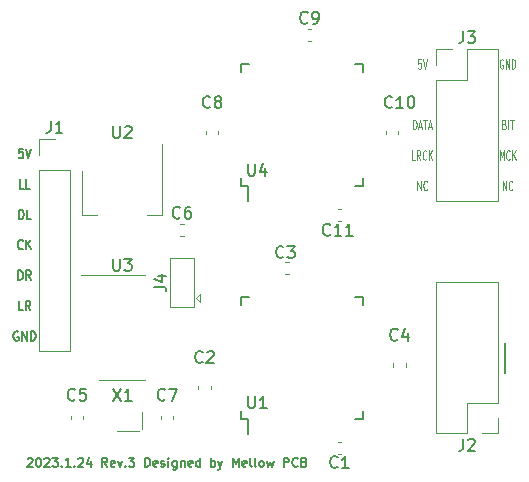
<source format=gbr>
%TF.GenerationSoftware,KiCad,Pcbnew,(6.0.6-0)*%
%TF.CreationDate,2023-02-07T03:51:43+09:00*%
%TF.ProjectId,AD1868I2S,41443138-3638-4493-9253-2e6b69636164,rev?*%
%TF.SameCoordinates,Original*%
%TF.FileFunction,Legend,Top*%
%TF.FilePolarity,Positive*%
%FSLAX46Y46*%
G04 Gerber Fmt 4.6, Leading zero omitted, Abs format (unit mm)*
G04 Created by KiCad (PCBNEW (6.0.6-0)) date 2023-02-07 03:51:43*
%MOMM*%
%LPD*%
G01*
G04 APERTURE LIST*
%ADD10C,0.150000*%
%ADD11C,0.125000*%
%ADD12C,0.120000*%
G04 APERTURE END LIST*
D10*
X111760000Y-105410000D02*
X111760000Y-107950000D01*
D11*
X104679761Y-81404904D02*
X104441666Y-81404904D01*
X104417857Y-81785857D01*
X104441666Y-81747761D01*
X104489285Y-81709666D01*
X104608333Y-81709666D01*
X104655952Y-81747761D01*
X104679761Y-81785857D01*
X104703571Y-81862047D01*
X104703571Y-82052523D01*
X104679761Y-82128714D01*
X104655952Y-82166809D01*
X104608333Y-82204904D01*
X104489285Y-82204904D01*
X104441666Y-82166809D01*
X104417857Y-82128714D01*
X104846428Y-81404904D02*
X105013095Y-82204904D01*
X105179761Y-81404904D01*
X104025000Y-87356904D02*
X104025000Y-86556904D01*
X104144047Y-86556904D01*
X104215476Y-86595000D01*
X104263095Y-86671190D01*
X104286904Y-86747380D01*
X104310714Y-86899761D01*
X104310714Y-87014047D01*
X104286904Y-87166428D01*
X104263095Y-87242619D01*
X104215476Y-87318809D01*
X104144047Y-87356904D01*
X104025000Y-87356904D01*
X104501190Y-87128333D02*
X104739285Y-87128333D01*
X104453571Y-87356904D02*
X104620238Y-86556904D01*
X104786904Y-87356904D01*
X104882142Y-86556904D02*
X105167857Y-86556904D01*
X105025000Y-87356904D02*
X105025000Y-86556904D01*
X105310714Y-87128333D02*
X105548809Y-87128333D01*
X105263095Y-87356904D02*
X105429761Y-86556904D01*
X105596428Y-87356904D01*
X104179761Y-89932904D02*
X103941666Y-89932904D01*
X103941666Y-89132904D01*
X104632142Y-89932904D02*
X104465476Y-89551952D01*
X104346428Y-89932904D02*
X104346428Y-89132904D01*
X104536904Y-89132904D01*
X104584523Y-89171000D01*
X104608333Y-89209095D01*
X104632142Y-89285285D01*
X104632142Y-89399571D01*
X104608333Y-89475761D01*
X104584523Y-89513857D01*
X104536904Y-89551952D01*
X104346428Y-89551952D01*
X105132142Y-89856714D02*
X105108333Y-89894809D01*
X105036904Y-89932904D01*
X104989285Y-89932904D01*
X104917857Y-89894809D01*
X104870238Y-89818619D01*
X104846428Y-89742428D01*
X104822619Y-89590047D01*
X104822619Y-89475761D01*
X104846428Y-89323380D01*
X104870238Y-89247190D01*
X104917857Y-89171000D01*
X104989285Y-89132904D01*
X105036904Y-89132904D01*
X105108333Y-89171000D01*
X105132142Y-89209095D01*
X105346428Y-89932904D02*
X105346428Y-89132904D01*
X105632142Y-89932904D02*
X105417857Y-89475761D01*
X105632142Y-89132904D02*
X105346428Y-89590047D01*
X104382142Y-92508904D02*
X104382142Y-91708904D01*
X104667857Y-92508904D01*
X104667857Y-91708904D01*
X105191666Y-92432714D02*
X105167857Y-92470809D01*
X105096428Y-92508904D01*
X105048809Y-92508904D01*
X104977380Y-92470809D01*
X104929761Y-92394619D01*
X104905952Y-92318428D01*
X104882142Y-92166047D01*
X104882142Y-92051761D01*
X104905952Y-91899380D01*
X104929761Y-91823190D01*
X104977380Y-91747000D01*
X105048809Y-91708904D01*
X105096428Y-91708904D01*
X105167857Y-91747000D01*
X105191666Y-91785095D01*
D10*
X71381428Y-115230714D02*
X71417142Y-115195000D01*
X71488571Y-115159285D01*
X71667142Y-115159285D01*
X71738571Y-115195000D01*
X71774285Y-115230714D01*
X71810000Y-115302142D01*
X71810000Y-115373571D01*
X71774285Y-115480714D01*
X71345714Y-115909285D01*
X71810000Y-115909285D01*
X72274285Y-115159285D02*
X72345714Y-115159285D01*
X72417142Y-115195000D01*
X72452857Y-115230714D01*
X72488571Y-115302142D01*
X72524285Y-115445000D01*
X72524285Y-115623571D01*
X72488571Y-115766428D01*
X72452857Y-115837857D01*
X72417142Y-115873571D01*
X72345714Y-115909285D01*
X72274285Y-115909285D01*
X72202857Y-115873571D01*
X72167142Y-115837857D01*
X72131428Y-115766428D01*
X72095714Y-115623571D01*
X72095714Y-115445000D01*
X72131428Y-115302142D01*
X72167142Y-115230714D01*
X72202857Y-115195000D01*
X72274285Y-115159285D01*
X72810000Y-115230714D02*
X72845714Y-115195000D01*
X72917142Y-115159285D01*
X73095714Y-115159285D01*
X73167142Y-115195000D01*
X73202857Y-115230714D01*
X73238571Y-115302142D01*
X73238571Y-115373571D01*
X73202857Y-115480714D01*
X72774285Y-115909285D01*
X73238571Y-115909285D01*
X73488571Y-115159285D02*
X73952857Y-115159285D01*
X73702857Y-115445000D01*
X73810000Y-115445000D01*
X73881428Y-115480714D01*
X73917142Y-115516428D01*
X73952857Y-115587857D01*
X73952857Y-115766428D01*
X73917142Y-115837857D01*
X73881428Y-115873571D01*
X73810000Y-115909285D01*
X73595714Y-115909285D01*
X73524285Y-115873571D01*
X73488571Y-115837857D01*
X74274285Y-115837857D02*
X74310000Y-115873571D01*
X74274285Y-115909285D01*
X74238571Y-115873571D01*
X74274285Y-115837857D01*
X74274285Y-115909285D01*
X75024285Y-115909285D02*
X74595714Y-115909285D01*
X74810000Y-115909285D02*
X74810000Y-115159285D01*
X74738571Y-115266428D01*
X74667142Y-115337857D01*
X74595714Y-115373571D01*
X75345714Y-115837857D02*
X75381428Y-115873571D01*
X75345714Y-115909285D01*
X75310000Y-115873571D01*
X75345714Y-115837857D01*
X75345714Y-115909285D01*
X75667142Y-115230714D02*
X75702857Y-115195000D01*
X75774285Y-115159285D01*
X75952857Y-115159285D01*
X76024285Y-115195000D01*
X76060000Y-115230714D01*
X76095714Y-115302142D01*
X76095714Y-115373571D01*
X76060000Y-115480714D01*
X75631428Y-115909285D01*
X76095714Y-115909285D01*
X76738571Y-115409285D02*
X76738571Y-115909285D01*
X76560000Y-115123571D02*
X76381428Y-115659285D01*
X76845714Y-115659285D01*
X78131428Y-115909285D02*
X77881428Y-115552142D01*
X77702857Y-115909285D02*
X77702857Y-115159285D01*
X77988571Y-115159285D01*
X78060000Y-115195000D01*
X78095714Y-115230714D01*
X78131428Y-115302142D01*
X78131428Y-115409285D01*
X78095714Y-115480714D01*
X78060000Y-115516428D01*
X77988571Y-115552142D01*
X77702857Y-115552142D01*
X78738571Y-115873571D02*
X78667142Y-115909285D01*
X78524285Y-115909285D01*
X78452857Y-115873571D01*
X78417142Y-115802142D01*
X78417142Y-115516428D01*
X78452857Y-115445000D01*
X78524285Y-115409285D01*
X78667142Y-115409285D01*
X78738571Y-115445000D01*
X78774285Y-115516428D01*
X78774285Y-115587857D01*
X78417142Y-115659285D01*
X79024285Y-115409285D02*
X79202857Y-115909285D01*
X79381428Y-115409285D01*
X79667142Y-115837857D02*
X79702857Y-115873571D01*
X79667142Y-115909285D01*
X79631428Y-115873571D01*
X79667142Y-115837857D01*
X79667142Y-115909285D01*
X79952857Y-115159285D02*
X80417142Y-115159285D01*
X80167142Y-115445000D01*
X80274285Y-115445000D01*
X80345714Y-115480714D01*
X80381428Y-115516428D01*
X80417142Y-115587857D01*
X80417142Y-115766428D01*
X80381428Y-115837857D01*
X80345714Y-115873571D01*
X80274285Y-115909285D01*
X80060000Y-115909285D01*
X79988571Y-115873571D01*
X79952857Y-115837857D01*
X81310000Y-115909285D02*
X81310000Y-115159285D01*
X81488571Y-115159285D01*
X81595714Y-115195000D01*
X81667142Y-115266428D01*
X81702857Y-115337857D01*
X81738571Y-115480714D01*
X81738571Y-115587857D01*
X81702857Y-115730714D01*
X81667142Y-115802142D01*
X81595714Y-115873571D01*
X81488571Y-115909285D01*
X81310000Y-115909285D01*
X82345714Y-115873571D02*
X82274285Y-115909285D01*
X82131428Y-115909285D01*
X82060000Y-115873571D01*
X82024285Y-115802142D01*
X82024285Y-115516428D01*
X82060000Y-115445000D01*
X82131428Y-115409285D01*
X82274285Y-115409285D01*
X82345714Y-115445000D01*
X82381428Y-115516428D01*
X82381428Y-115587857D01*
X82024285Y-115659285D01*
X82667142Y-115873571D02*
X82738571Y-115909285D01*
X82881428Y-115909285D01*
X82952857Y-115873571D01*
X82988571Y-115802142D01*
X82988571Y-115766428D01*
X82952857Y-115695000D01*
X82881428Y-115659285D01*
X82774285Y-115659285D01*
X82702857Y-115623571D01*
X82667142Y-115552142D01*
X82667142Y-115516428D01*
X82702857Y-115445000D01*
X82774285Y-115409285D01*
X82881428Y-115409285D01*
X82952857Y-115445000D01*
X83310000Y-115909285D02*
X83310000Y-115409285D01*
X83310000Y-115159285D02*
X83274285Y-115195000D01*
X83310000Y-115230714D01*
X83345714Y-115195000D01*
X83310000Y-115159285D01*
X83310000Y-115230714D01*
X83988571Y-115409285D02*
X83988571Y-116016428D01*
X83952857Y-116087857D01*
X83917142Y-116123571D01*
X83845714Y-116159285D01*
X83738571Y-116159285D01*
X83667142Y-116123571D01*
X83988571Y-115873571D02*
X83917142Y-115909285D01*
X83774285Y-115909285D01*
X83702857Y-115873571D01*
X83667142Y-115837857D01*
X83631428Y-115766428D01*
X83631428Y-115552142D01*
X83667142Y-115480714D01*
X83702857Y-115445000D01*
X83774285Y-115409285D01*
X83917142Y-115409285D01*
X83988571Y-115445000D01*
X84345714Y-115409285D02*
X84345714Y-115909285D01*
X84345714Y-115480714D02*
X84381428Y-115445000D01*
X84452857Y-115409285D01*
X84560000Y-115409285D01*
X84631428Y-115445000D01*
X84667142Y-115516428D01*
X84667142Y-115909285D01*
X85310000Y-115873571D02*
X85238571Y-115909285D01*
X85095714Y-115909285D01*
X85024285Y-115873571D01*
X84988571Y-115802142D01*
X84988571Y-115516428D01*
X85024285Y-115445000D01*
X85095714Y-115409285D01*
X85238571Y-115409285D01*
X85310000Y-115445000D01*
X85345714Y-115516428D01*
X85345714Y-115587857D01*
X84988571Y-115659285D01*
X85988571Y-115909285D02*
X85988571Y-115159285D01*
X85988571Y-115873571D02*
X85917142Y-115909285D01*
X85774285Y-115909285D01*
X85702857Y-115873571D01*
X85667142Y-115837857D01*
X85631428Y-115766428D01*
X85631428Y-115552142D01*
X85667142Y-115480714D01*
X85702857Y-115445000D01*
X85774285Y-115409285D01*
X85917142Y-115409285D01*
X85988571Y-115445000D01*
X86917142Y-115909285D02*
X86917142Y-115159285D01*
X86917142Y-115445000D02*
X86988571Y-115409285D01*
X87131428Y-115409285D01*
X87202857Y-115445000D01*
X87238571Y-115480714D01*
X87274285Y-115552142D01*
X87274285Y-115766428D01*
X87238571Y-115837857D01*
X87202857Y-115873571D01*
X87131428Y-115909285D01*
X86988571Y-115909285D01*
X86917142Y-115873571D01*
X87524285Y-115409285D02*
X87702857Y-115909285D01*
X87881428Y-115409285D02*
X87702857Y-115909285D01*
X87631428Y-116087857D01*
X87595714Y-116123571D01*
X87524285Y-116159285D01*
X88738571Y-115909285D02*
X88738571Y-115159285D01*
X88988571Y-115695000D01*
X89238571Y-115159285D01*
X89238571Y-115909285D01*
X89881428Y-115873571D02*
X89810000Y-115909285D01*
X89667142Y-115909285D01*
X89595714Y-115873571D01*
X89560000Y-115802142D01*
X89560000Y-115516428D01*
X89595714Y-115445000D01*
X89667142Y-115409285D01*
X89810000Y-115409285D01*
X89881428Y-115445000D01*
X89917142Y-115516428D01*
X89917142Y-115587857D01*
X89560000Y-115659285D01*
X90345714Y-115909285D02*
X90274285Y-115873571D01*
X90238571Y-115802142D01*
X90238571Y-115159285D01*
X90738571Y-115909285D02*
X90667142Y-115873571D01*
X90631428Y-115802142D01*
X90631428Y-115159285D01*
X91131428Y-115909285D02*
X91060000Y-115873571D01*
X91024285Y-115837857D01*
X90988571Y-115766428D01*
X90988571Y-115552142D01*
X91024285Y-115480714D01*
X91060000Y-115445000D01*
X91131428Y-115409285D01*
X91238571Y-115409285D01*
X91310000Y-115445000D01*
X91345714Y-115480714D01*
X91381428Y-115552142D01*
X91381428Y-115766428D01*
X91345714Y-115837857D01*
X91310000Y-115873571D01*
X91238571Y-115909285D01*
X91131428Y-115909285D01*
X91631428Y-115409285D02*
X91774285Y-115909285D01*
X91917142Y-115552142D01*
X92060000Y-115909285D01*
X92202857Y-115409285D01*
X93060000Y-115909285D02*
X93060000Y-115159285D01*
X93345714Y-115159285D01*
X93417142Y-115195000D01*
X93452857Y-115230714D01*
X93488571Y-115302142D01*
X93488571Y-115409285D01*
X93452857Y-115480714D01*
X93417142Y-115516428D01*
X93345714Y-115552142D01*
X93060000Y-115552142D01*
X94238571Y-115837857D02*
X94202857Y-115873571D01*
X94095714Y-115909285D01*
X94024285Y-115909285D01*
X93917142Y-115873571D01*
X93845714Y-115802142D01*
X93810000Y-115730714D01*
X93774285Y-115587857D01*
X93774285Y-115480714D01*
X93810000Y-115337857D01*
X93845714Y-115266428D01*
X93917142Y-115195000D01*
X94024285Y-115159285D01*
X94095714Y-115159285D01*
X94202857Y-115195000D01*
X94238571Y-115230714D01*
X94810000Y-115516428D02*
X94917142Y-115552142D01*
X94952857Y-115587857D01*
X94988571Y-115659285D01*
X94988571Y-115766428D01*
X94952857Y-115837857D01*
X94917142Y-115873571D01*
X94845714Y-115909285D01*
X94560000Y-115909285D01*
X94560000Y-115159285D01*
X94810000Y-115159285D01*
X94881428Y-115195000D01*
X94917142Y-115230714D01*
X94952857Y-115302142D01*
X94952857Y-115373571D01*
X94917142Y-115445000D01*
X94881428Y-115480714D01*
X94810000Y-115516428D01*
X94560000Y-115516428D01*
X70986666Y-88988904D02*
X70653333Y-88988904D01*
X70620000Y-89369857D01*
X70653333Y-89331761D01*
X70720000Y-89293666D01*
X70886666Y-89293666D01*
X70953333Y-89331761D01*
X70986666Y-89369857D01*
X71020000Y-89446047D01*
X71020000Y-89636523D01*
X70986666Y-89712714D01*
X70953333Y-89750809D01*
X70886666Y-89788904D01*
X70720000Y-89788904D01*
X70653333Y-89750809D01*
X70620000Y-89712714D01*
X71220000Y-88988904D02*
X71453333Y-89788904D01*
X71686666Y-88988904D01*
X71053333Y-92364904D02*
X70720000Y-92364904D01*
X70720000Y-91564904D01*
X71620000Y-92364904D02*
X71286666Y-92364904D01*
X71286666Y-91564904D01*
X70653333Y-94940904D02*
X70653333Y-94140904D01*
X70820000Y-94140904D01*
X70920000Y-94179000D01*
X70986666Y-94255190D01*
X71020000Y-94331380D01*
X71053333Y-94483761D01*
X71053333Y-94598047D01*
X71020000Y-94750428D01*
X70986666Y-94826619D01*
X70920000Y-94902809D01*
X70820000Y-94940904D01*
X70653333Y-94940904D01*
X71686666Y-94940904D02*
X71353333Y-94940904D01*
X71353333Y-94140904D01*
X70986666Y-97440714D02*
X70953333Y-97478809D01*
X70853333Y-97516904D01*
X70786666Y-97516904D01*
X70686666Y-97478809D01*
X70620000Y-97402619D01*
X70586666Y-97326428D01*
X70553333Y-97174047D01*
X70553333Y-97059761D01*
X70586666Y-96907380D01*
X70620000Y-96831190D01*
X70686666Y-96755000D01*
X70786666Y-96716904D01*
X70853333Y-96716904D01*
X70953333Y-96755000D01*
X70986666Y-96793095D01*
X71286666Y-97516904D02*
X71286666Y-96716904D01*
X71686666Y-97516904D02*
X71386666Y-97059761D01*
X71686666Y-96716904D02*
X71286666Y-97174047D01*
X70586666Y-100092904D02*
X70586666Y-99292904D01*
X70753333Y-99292904D01*
X70853333Y-99331000D01*
X70920000Y-99407190D01*
X70953333Y-99483380D01*
X70986666Y-99635761D01*
X70986666Y-99750047D01*
X70953333Y-99902428D01*
X70920000Y-99978619D01*
X70853333Y-100054809D01*
X70753333Y-100092904D01*
X70586666Y-100092904D01*
X71686666Y-100092904D02*
X71453333Y-99711952D01*
X71286666Y-100092904D02*
X71286666Y-99292904D01*
X71553333Y-99292904D01*
X71620000Y-99331000D01*
X71653333Y-99369095D01*
X71686666Y-99445285D01*
X71686666Y-99559571D01*
X71653333Y-99635761D01*
X71620000Y-99673857D01*
X71553333Y-99711952D01*
X71286666Y-99711952D01*
X70986666Y-102668904D02*
X70653333Y-102668904D01*
X70653333Y-101868904D01*
X71620000Y-102668904D02*
X71386666Y-102287952D01*
X71220000Y-102668904D02*
X71220000Y-101868904D01*
X71486666Y-101868904D01*
X71553333Y-101907000D01*
X71586666Y-101945095D01*
X71620000Y-102021285D01*
X71620000Y-102135571D01*
X71586666Y-102211761D01*
X71553333Y-102249857D01*
X71486666Y-102287952D01*
X71220000Y-102287952D01*
X70586666Y-104483000D02*
X70520000Y-104444904D01*
X70420000Y-104444904D01*
X70320000Y-104483000D01*
X70253333Y-104559190D01*
X70220000Y-104635380D01*
X70186666Y-104787761D01*
X70186666Y-104902047D01*
X70220000Y-105054428D01*
X70253333Y-105130619D01*
X70320000Y-105206809D01*
X70420000Y-105244904D01*
X70486666Y-105244904D01*
X70586666Y-105206809D01*
X70620000Y-105168714D01*
X70620000Y-104902047D01*
X70486666Y-104902047D01*
X70920000Y-105244904D02*
X70920000Y-104444904D01*
X71320000Y-105244904D01*
X71320000Y-104444904D01*
X71653333Y-105244904D02*
X71653333Y-104444904D01*
X71820000Y-104444904D01*
X71920000Y-104483000D01*
X71986666Y-104559190D01*
X72020000Y-104635380D01*
X72053333Y-104787761D01*
X72053333Y-104902047D01*
X72020000Y-105054428D01*
X71986666Y-105130619D01*
X71920000Y-105206809D01*
X71820000Y-105244904D01*
X71653333Y-105244904D01*
D11*
X111633047Y-81443000D02*
X111585428Y-81404904D01*
X111514000Y-81404904D01*
X111442571Y-81443000D01*
X111394952Y-81519190D01*
X111371142Y-81595380D01*
X111347333Y-81747761D01*
X111347333Y-81862047D01*
X111371142Y-82014428D01*
X111394952Y-82090619D01*
X111442571Y-82166809D01*
X111514000Y-82204904D01*
X111561619Y-82204904D01*
X111633047Y-82166809D01*
X111656857Y-82128714D01*
X111656857Y-81862047D01*
X111561619Y-81862047D01*
X111871142Y-82204904D02*
X111871142Y-81404904D01*
X112156857Y-82204904D01*
X112156857Y-81404904D01*
X112394952Y-82204904D02*
X112394952Y-81404904D01*
X112514000Y-81404904D01*
X112585428Y-81443000D01*
X112633047Y-81519190D01*
X112656857Y-81595380D01*
X112680666Y-81747761D01*
X112680666Y-81862047D01*
X112656857Y-82014428D01*
X112633047Y-82090619D01*
X112585428Y-82166809D01*
X112514000Y-82204904D01*
X112394952Y-82204904D01*
X111740190Y-86937857D02*
X111811619Y-86975952D01*
X111835428Y-87014047D01*
X111859238Y-87090238D01*
X111859238Y-87204523D01*
X111835428Y-87280714D01*
X111811619Y-87318809D01*
X111764000Y-87356904D01*
X111573523Y-87356904D01*
X111573523Y-86556904D01*
X111740190Y-86556904D01*
X111787809Y-86595000D01*
X111811619Y-86633095D01*
X111835428Y-86709285D01*
X111835428Y-86785476D01*
X111811619Y-86861666D01*
X111787809Y-86899761D01*
X111740190Y-86937857D01*
X111573523Y-86937857D01*
X112073523Y-87356904D02*
X112073523Y-86556904D01*
X112240190Y-86556904D02*
X112525904Y-86556904D01*
X112383047Y-87356904D02*
X112383047Y-86556904D01*
X111347333Y-89932904D02*
X111347333Y-89132904D01*
X111514000Y-89704333D01*
X111680666Y-89132904D01*
X111680666Y-89932904D01*
X112204476Y-89856714D02*
X112180666Y-89894809D01*
X112109238Y-89932904D01*
X112061619Y-89932904D01*
X111990190Y-89894809D01*
X111942571Y-89818619D01*
X111918761Y-89742428D01*
X111894952Y-89590047D01*
X111894952Y-89475761D01*
X111918761Y-89323380D01*
X111942571Y-89247190D01*
X111990190Y-89171000D01*
X112061619Y-89132904D01*
X112109238Y-89132904D01*
X112180666Y-89171000D01*
X112204476Y-89209095D01*
X112418761Y-89932904D02*
X112418761Y-89132904D01*
X112704476Y-89932904D02*
X112490190Y-89475761D01*
X112704476Y-89132904D02*
X112418761Y-89590047D01*
X111621142Y-92508904D02*
X111621142Y-91708904D01*
X111906857Y-92508904D01*
X111906857Y-91708904D01*
X112430666Y-92432714D02*
X112406857Y-92470809D01*
X112335428Y-92508904D01*
X112287809Y-92508904D01*
X112216380Y-92470809D01*
X112168761Y-92394619D01*
X112144952Y-92318428D01*
X112121142Y-92166047D01*
X112121142Y-92051761D01*
X112144952Y-91899380D01*
X112168761Y-91823190D01*
X112216380Y-91747000D01*
X112287809Y-91708904D01*
X112335428Y-91708904D01*
X112406857Y-91747000D01*
X112430666Y-91785095D01*
D10*
%TO.C,C2*%
X86193333Y-107037142D02*
X86145714Y-107084761D01*
X86002857Y-107132380D01*
X85907619Y-107132380D01*
X85764761Y-107084761D01*
X85669523Y-106989523D01*
X85621904Y-106894285D01*
X85574285Y-106703809D01*
X85574285Y-106560952D01*
X85621904Y-106370476D01*
X85669523Y-106275238D01*
X85764761Y-106180000D01*
X85907619Y-106132380D01*
X86002857Y-106132380D01*
X86145714Y-106180000D01*
X86193333Y-106227619D01*
X86574285Y-106227619D02*
X86621904Y-106180000D01*
X86717142Y-106132380D01*
X86955238Y-106132380D01*
X87050476Y-106180000D01*
X87098095Y-106227619D01*
X87145714Y-106322857D01*
X87145714Y-106418095D01*
X87098095Y-106560952D01*
X86526666Y-107132380D01*
X87145714Y-107132380D01*
%TO.C,C10*%
X102227142Y-85447142D02*
X102179523Y-85494761D01*
X102036666Y-85542380D01*
X101941428Y-85542380D01*
X101798571Y-85494761D01*
X101703333Y-85399523D01*
X101655714Y-85304285D01*
X101608095Y-85113809D01*
X101608095Y-84970952D01*
X101655714Y-84780476D01*
X101703333Y-84685238D01*
X101798571Y-84590000D01*
X101941428Y-84542380D01*
X102036666Y-84542380D01*
X102179523Y-84590000D01*
X102227142Y-84637619D01*
X103179523Y-85542380D02*
X102608095Y-85542380D01*
X102893809Y-85542380D02*
X102893809Y-84542380D01*
X102798571Y-84685238D01*
X102703333Y-84780476D01*
X102608095Y-84828095D01*
X103798571Y-84542380D02*
X103893809Y-84542380D01*
X103989047Y-84590000D01*
X104036666Y-84637619D01*
X104084285Y-84732857D01*
X104131904Y-84923333D01*
X104131904Y-85161428D01*
X104084285Y-85351904D01*
X104036666Y-85447142D01*
X103989047Y-85494761D01*
X103893809Y-85542380D01*
X103798571Y-85542380D01*
X103703333Y-85494761D01*
X103655714Y-85447142D01*
X103608095Y-85351904D01*
X103560476Y-85161428D01*
X103560476Y-84923333D01*
X103608095Y-84732857D01*
X103655714Y-84637619D01*
X103703333Y-84590000D01*
X103798571Y-84542380D01*
%TO.C,C6*%
X84288333Y-94812142D02*
X84240714Y-94859761D01*
X84097857Y-94907380D01*
X84002619Y-94907380D01*
X83859761Y-94859761D01*
X83764523Y-94764523D01*
X83716904Y-94669285D01*
X83669285Y-94478809D01*
X83669285Y-94335952D01*
X83716904Y-94145476D01*
X83764523Y-94050238D01*
X83859761Y-93955000D01*
X84002619Y-93907380D01*
X84097857Y-93907380D01*
X84240714Y-93955000D01*
X84288333Y-94002619D01*
X85145476Y-93907380D02*
X84955000Y-93907380D01*
X84859761Y-93955000D01*
X84812142Y-94002619D01*
X84716904Y-94145476D01*
X84669285Y-94335952D01*
X84669285Y-94716904D01*
X84716904Y-94812142D01*
X84764523Y-94859761D01*
X84859761Y-94907380D01*
X85050238Y-94907380D01*
X85145476Y-94859761D01*
X85193095Y-94812142D01*
X85240714Y-94716904D01*
X85240714Y-94478809D01*
X85193095Y-94383571D01*
X85145476Y-94335952D01*
X85050238Y-94288333D01*
X84859761Y-94288333D01*
X84764523Y-94335952D01*
X84716904Y-94383571D01*
X84669285Y-94478809D01*
%TO.C,U1*%
X90043095Y-109942380D02*
X90043095Y-110751904D01*
X90090714Y-110847142D01*
X90138333Y-110894761D01*
X90233571Y-110942380D01*
X90424047Y-110942380D01*
X90519285Y-110894761D01*
X90566904Y-110847142D01*
X90614523Y-110751904D01*
X90614523Y-109942380D01*
X91614523Y-110942380D02*
X91043095Y-110942380D01*
X91328809Y-110942380D02*
X91328809Y-109942380D01*
X91233571Y-110085238D01*
X91138333Y-110180476D01*
X91043095Y-110228095D01*
%TO.C,U4*%
X90043095Y-90257380D02*
X90043095Y-91066904D01*
X90090714Y-91162142D01*
X90138333Y-91209761D01*
X90233571Y-91257380D01*
X90424047Y-91257380D01*
X90519285Y-91209761D01*
X90566904Y-91162142D01*
X90614523Y-91066904D01*
X90614523Y-90257380D01*
X91519285Y-90590714D02*
X91519285Y-91257380D01*
X91281190Y-90209761D02*
X91043095Y-90924047D01*
X91662142Y-90924047D01*
%TO.C,J2*%
X108251666Y-113542380D02*
X108251666Y-114256666D01*
X108204047Y-114399523D01*
X108108809Y-114494761D01*
X107965952Y-114542380D01*
X107870714Y-114542380D01*
X108680238Y-113637619D02*
X108727857Y-113590000D01*
X108823095Y-113542380D01*
X109061190Y-113542380D01*
X109156428Y-113590000D01*
X109204047Y-113637619D01*
X109251666Y-113732857D01*
X109251666Y-113828095D01*
X109204047Y-113970952D01*
X108632619Y-114542380D01*
X109251666Y-114542380D01*
%TO.C,C3*%
X93032066Y-98147142D02*
X92984447Y-98194761D01*
X92841590Y-98242380D01*
X92746352Y-98242380D01*
X92603494Y-98194761D01*
X92508256Y-98099523D01*
X92460637Y-98004285D01*
X92413018Y-97813809D01*
X92413018Y-97670952D01*
X92460637Y-97480476D01*
X92508256Y-97385238D01*
X92603494Y-97290000D01*
X92746352Y-97242380D01*
X92841590Y-97242380D01*
X92984447Y-97290000D01*
X93032066Y-97337619D01*
X93365399Y-97242380D02*
X93984447Y-97242380D01*
X93651113Y-97623333D01*
X93793971Y-97623333D01*
X93889209Y-97670952D01*
X93936828Y-97718571D01*
X93984447Y-97813809D01*
X93984447Y-98051904D01*
X93936828Y-98147142D01*
X93889209Y-98194761D01*
X93793971Y-98242380D01*
X93508256Y-98242380D01*
X93413018Y-98194761D01*
X93365399Y-98147142D01*
%TO.C,C9*%
X95083333Y-78302142D02*
X95035714Y-78349761D01*
X94892857Y-78397380D01*
X94797619Y-78397380D01*
X94654761Y-78349761D01*
X94559523Y-78254523D01*
X94511904Y-78159285D01*
X94464285Y-77968809D01*
X94464285Y-77825952D01*
X94511904Y-77635476D01*
X94559523Y-77540238D01*
X94654761Y-77445000D01*
X94797619Y-77397380D01*
X94892857Y-77397380D01*
X95035714Y-77445000D01*
X95083333Y-77492619D01*
X95559523Y-78397380D02*
X95750000Y-78397380D01*
X95845238Y-78349761D01*
X95892857Y-78302142D01*
X95988095Y-78159285D01*
X96035714Y-77968809D01*
X96035714Y-77587857D01*
X95988095Y-77492619D01*
X95940476Y-77445000D01*
X95845238Y-77397380D01*
X95654761Y-77397380D01*
X95559523Y-77445000D01*
X95511904Y-77492619D01*
X95464285Y-77587857D01*
X95464285Y-77825952D01*
X95511904Y-77921190D01*
X95559523Y-77968809D01*
X95654761Y-78016428D01*
X95845238Y-78016428D01*
X95940476Y-77968809D01*
X95988095Y-77921190D01*
X96035714Y-77825952D01*
%TO.C,C11*%
X97000875Y-96242142D02*
X96953256Y-96289761D01*
X96810399Y-96337380D01*
X96715161Y-96337380D01*
X96572304Y-96289761D01*
X96477066Y-96194523D01*
X96429447Y-96099285D01*
X96381828Y-95908809D01*
X96381828Y-95765952D01*
X96429447Y-95575476D01*
X96477066Y-95480238D01*
X96572304Y-95385000D01*
X96715161Y-95337380D01*
X96810399Y-95337380D01*
X96953256Y-95385000D01*
X97000875Y-95432619D01*
X97953256Y-96337380D02*
X97381828Y-96337380D01*
X97667542Y-96337380D02*
X97667542Y-95337380D01*
X97572304Y-95480238D01*
X97477066Y-95575476D01*
X97381828Y-95623095D01*
X98905637Y-96337380D02*
X98334209Y-96337380D01*
X98619923Y-96337380D02*
X98619923Y-95337380D01*
X98524685Y-95480238D01*
X98429447Y-95575476D01*
X98334209Y-95623095D01*
%TO.C,C1*%
X97623333Y-115927142D02*
X97575714Y-115974761D01*
X97432857Y-116022380D01*
X97337619Y-116022380D01*
X97194761Y-115974761D01*
X97099523Y-115879523D01*
X97051904Y-115784285D01*
X97004285Y-115593809D01*
X97004285Y-115450952D01*
X97051904Y-115260476D01*
X97099523Y-115165238D01*
X97194761Y-115070000D01*
X97337619Y-115022380D01*
X97432857Y-115022380D01*
X97575714Y-115070000D01*
X97623333Y-115117619D01*
X98575714Y-116022380D02*
X98004285Y-116022380D01*
X98290000Y-116022380D02*
X98290000Y-115022380D01*
X98194761Y-115165238D01*
X98099523Y-115260476D01*
X98004285Y-115308095D01*
%TO.C,X1*%
X78633976Y-109307380D02*
X79300642Y-110307380D01*
X79300642Y-109307380D02*
X78633976Y-110307380D01*
X80205404Y-110307380D02*
X79633976Y-110307380D01*
X79919690Y-110307380D02*
X79919690Y-109307380D01*
X79824452Y-109450238D01*
X79729214Y-109545476D01*
X79633976Y-109593095D01*
%TO.C,J1*%
X73326666Y-86652380D02*
X73326666Y-87366666D01*
X73279047Y-87509523D01*
X73183809Y-87604761D01*
X73040952Y-87652380D01*
X72945714Y-87652380D01*
X74326666Y-87652380D02*
X73755238Y-87652380D01*
X74040952Y-87652380D02*
X74040952Y-86652380D01*
X73945714Y-86795238D01*
X73850476Y-86890476D01*
X73755238Y-86938095D01*
%TO.C,J3*%
X108251666Y-79037380D02*
X108251666Y-79751666D01*
X108204047Y-79894523D01*
X108108809Y-79989761D01*
X107965952Y-80037380D01*
X107870714Y-80037380D01*
X108632619Y-79037380D02*
X109251666Y-79037380D01*
X108918333Y-79418333D01*
X109061190Y-79418333D01*
X109156428Y-79465952D01*
X109204047Y-79513571D01*
X109251666Y-79608809D01*
X109251666Y-79846904D01*
X109204047Y-79942142D01*
X109156428Y-79989761D01*
X109061190Y-80037380D01*
X108775476Y-80037380D01*
X108680238Y-79989761D01*
X108632619Y-79942142D01*
%TO.C,C8*%
X86828333Y-85447142D02*
X86780714Y-85494761D01*
X86637857Y-85542380D01*
X86542619Y-85542380D01*
X86399761Y-85494761D01*
X86304523Y-85399523D01*
X86256904Y-85304285D01*
X86209285Y-85113809D01*
X86209285Y-84970952D01*
X86256904Y-84780476D01*
X86304523Y-84685238D01*
X86399761Y-84590000D01*
X86542619Y-84542380D01*
X86637857Y-84542380D01*
X86780714Y-84590000D01*
X86828333Y-84637619D01*
X87399761Y-84970952D02*
X87304523Y-84923333D01*
X87256904Y-84875714D01*
X87209285Y-84780476D01*
X87209285Y-84732857D01*
X87256904Y-84637619D01*
X87304523Y-84590000D01*
X87399761Y-84542380D01*
X87590238Y-84542380D01*
X87685476Y-84590000D01*
X87733095Y-84637619D01*
X87780714Y-84732857D01*
X87780714Y-84780476D01*
X87733095Y-84875714D01*
X87685476Y-84923333D01*
X87590238Y-84970952D01*
X87399761Y-84970952D01*
X87304523Y-85018571D01*
X87256904Y-85066190D01*
X87209285Y-85161428D01*
X87209285Y-85351904D01*
X87256904Y-85447142D01*
X87304523Y-85494761D01*
X87399761Y-85542380D01*
X87590238Y-85542380D01*
X87685476Y-85494761D01*
X87733095Y-85447142D01*
X87780714Y-85351904D01*
X87780714Y-85161428D01*
X87733095Y-85066190D01*
X87685476Y-85018571D01*
X87590238Y-84970952D01*
%TO.C,U2*%
X78613095Y-87082380D02*
X78613095Y-87891904D01*
X78660714Y-87987142D01*
X78708333Y-88034761D01*
X78803571Y-88082380D01*
X78994047Y-88082380D01*
X79089285Y-88034761D01*
X79136904Y-87987142D01*
X79184523Y-87891904D01*
X79184523Y-87082380D01*
X79613095Y-87177619D02*
X79660714Y-87130000D01*
X79755952Y-87082380D01*
X79994047Y-87082380D01*
X80089285Y-87130000D01*
X80136904Y-87177619D01*
X80184523Y-87272857D01*
X80184523Y-87368095D01*
X80136904Y-87510952D01*
X79565476Y-88082380D01*
X80184523Y-88082380D01*
%TO.C,J4*%
X82107380Y-100663333D02*
X82821666Y-100663333D01*
X82964523Y-100710952D01*
X83059761Y-100806190D01*
X83107380Y-100949047D01*
X83107380Y-101044285D01*
X82440714Y-99758571D02*
X83107380Y-99758571D01*
X82059761Y-99996666D02*
X82774047Y-100234761D01*
X82774047Y-99615714D01*
%TO.C,C7*%
X83018333Y-110212142D02*
X82970714Y-110259761D01*
X82827857Y-110307380D01*
X82732619Y-110307380D01*
X82589761Y-110259761D01*
X82494523Y-110164523D01*
X82446904Y-110069285D01*
X82399285Y-109878809D01*
X82399285Y-109735952D01*
X82446904Y-109545476D01*
X82494523Y-109450238D01*
X82589761Y-109355000D01*
X82732619Y-109307380D01*
X82827857Y-109307380D01*
X82970714Y-109355000D01*
X83018333Y-109402619D01*
X83351666Y-109307380D02*
X84018333Y-109307380D01*
X83589761Y-110307380D01*
%TO.C,C5*%
X75398333Y-110212142D02*
X75350714Y-110259761D01*
X75207857Y-110307380D01*
X75112619Y-110307380D01*
X74969761Y-110259761D01*
X74874523Y-110164523D01*
X74826904Y-110069285D01*
X74779285Y-109878809D01*
X74779285Y-109735952D01*
X74826904Y-109545476D01*
X74874523Y-109450238D01*
X74969761Y-109355000D01*
X75112619Y-109307380D01*
X75207857Y-109307380D01*
X75350714Y-109355000D01*
X75398333Y-109402619D01*
X76303095Y-109307380D02*
X75826904Y-109307380D01*
X75779285Y-109783571D01*
X75826904Y-109735952D01*
X75922142Y-109688333D01*
X76160238Y-109688333D01*
X76255476Y-109735952D01*
X76303095Y-109783571D01*
X76350714Y-109878809D01*
X76350714Y-110116904D01*
X76303095Y-110212142D01*
X76255476Y-110259761D01*
X76160238Y-110307380D01*
X75922142Y-110307380D01*
X75826904Y-110259761D01*
X75779285Y-110212142D01*
%TO.C,C4*%
X102703333Y-105132142D02*
X102655714Y-105179761D01*
X102512857Y-105227380D01*
X102417619Y-105227380D01*
X102274761Y-105179761D01*
X102179523Y-105084523D01*
X102131904Y-104989285D01*
X102084285Y-104798809D01*
X102084285Y-104655952D01*
X102131904Y-104465476D01*
X102179523Y-104370238D01*
X102274761Y-104275000D01*
X102417619Y-104227380D01*
X102512857Y-104227380D01*
X102655714Y-104275000D01*
X102703333Y-104322619D01*
X103560476Y-104560714D02*
X103560476Y-105227380D01*
X103322380Y-104179761D02*
X103084285Y-104894047D01*
X103703333Y-104894047D01*
%TO.C,U3*%
X78613095Y-98312380D02*
X78613095Y-99121904D01*
X78660714Y-99217142D01*
X78708333Y-99264761D01*
X78803571Y-99312380D01*
X78994047Y-99312380D01*
X79089285Y-99264761D01*
X79136904Y-99217142D01*
X79184523Y-99121904D01*
X79184523Y-98312380D01*
X79565476Y-98312380D02*
X80184523Y-98312380D01*
X79851190Y-98693333D01*
X79994047Y-98693333D01*
X80089285Y-98740952D01*
X80136904Y-98788571D01*
X80184523Y-98883809D01*
X80184523Y-99121904D01*
X80136904Y-99217142D01*
X80089285Y-99264761D01*
X79994047Y-99312380D01*
X79708333Y-99312380D01*
X79613095Y-99264761D01*
X79565476Y-99217142D01*
D12*
%TO.C,C2*%
X85850000Y-109073733D02*
X85850000Y-109366267D01*
X86870000Y-109073733D02*
X86870000Y-109366267D01*
%TO.C,C10*%
X102745000Y-87483733D02*
X102745000Y-87776267D01*
X101725000Y-87483733D02*
X101725000Y-87776267D01*
%TO.C,C6*%
X84308733Y-95375000D02*
X84601267Y-95375000D01*
X84308733Y-96395000D02*
X84601267Y-96395000D01*
D10*
%TO.C,U1*%
X99790000Y-101505000D02*
X99790000Y-102180000D01*
X89440000Y-101505000D02*
X90115000Y-101505000D01*
X89440000Y-111855000D02*
X89440000Y-111180000D01*
X89440000Y-111855000D02*
X90015000Y-111855000D01*
X99790000Y-111855000D02*
X99115000Y-111855000D01*
X99790000Y-101505000D02*
X99115000Y-101505000D01*
X89440000Y-101505000D02*
X89440000Y-102180000D01*
X90015000Y-111855000D02*
X90015000Y-113130000D01*
X99790000Y-111855000D02*
X99790000Y-111180000D01*
%TO.C,U4*%
X89440000Y-92170000D02*
X89440000Y-91495000D01*
X90015000Y-92170000D02*
X90015000Y-93445000D01*
X99790000Y-81820000D02*
X99115000Y-81820000D01*
X99790000Y-92170000D02*
X99115000Y-92170000D01*
X99790000Y-81820000D02*
X99790000Y-82495000D01*
X89440000Y-81820000D02*
X90115000Y-81820000D01*
X89440000Y-81820000D02*
X89440000Y-82495000D01*
X89440000Y-92170000D02*
X90015000Y-92170000D01*
X99790000Y-92170000D02*
X99790000Y-91495000D01*
D12*
%TO.C,J2*%
X108585000Y-113090000D02*
X105985000Y-113090000D01*
X105985000Y-113090000D02*
X105985000Y-100270000D01*
X111185000Y-110490000D02*
X108585000Y-110490000D01*
X111185000Y-100270000D02*
X105985000Y-100270000D01*
X111185000Y-113090000D02*
X109855000Y-113090000D01*
X108585000Y-110490000D02*
X108585000Y-113090000D01*
X111185000Y-110490000D02*
X111185000Y-100270000D01*
X111185000Y-111760000D02*
X111185000Y-113090000D01*
%TO.C,C3*%
X93491267Y-99570000D02*
X93198733Y-99570000D01*
X93491267Y-98550000D02*
X93198733Y-98550000D01*
%TO.C,C9*%
X95103733Y-78865000D02*
X95396267Y-78865000D01*
X95103733Y-79885000D02*
X95396267Y-79885000D01*
%TO.C,C11*%
X97643733Y-94105000D02*
X97936267Y-94105000D01*
X97643733Y-95125000D02*
X97936267Y-95125000D01*
%TO.C,C1*%
X97643733Y-114810000D02*
X97936267Y-114810000D01*
X97643733Y-113790000D02*
X97936267Y-113790000D01*
%TO.C,X1*%
X81026000Y-112739000D02*
X81026000Y-111289000D01*
X80808000Y-112903000D02*
X78958000Y-112903000D01*
%TO.C,J1*%
X72330000Y-90800000D02*
X74990000Y-90800000D01*
X74990000Y-90800000D02*
X74990000Y-106100000D01*
X72330000Y-89530000D02*
X72330000Y-88200000D01*
X72330000Y-90800000D02*
X72330000Y-106100000D01*
X72330000Y-88200000D02*
X73660000Y-88200000D01*
X72330000Y-106100000D02*
X74990000Y-106100000D01*
%TO.C,J3*%
X105985000Y-80585000D02*
X107315000Y-80585000D01*
X108585000Y-83185000D02*
X108585000Y-80585000D01*
X105985000Y-83185000D02*
X105985000Y-93405000D01*
X108585000Y-80585000D02*
X111185000Y-80585000D01*
X105985000Y-93405000D02*
X111185000Y-93405000D01*
X105985000Y-81915000D02*
X105985000Y-80585000D01*
X105985000Y-83185000D02*
X108585000Y-83185000D01*
X111185000Y-80585000D02*
X111185000Y-93405000D01*
%TO.C,C8*%
X87505000Y-87776267D02*
X87505000Y-87483733D01*
X86485000Y-87776267D02*
X86485000Y-87483733D01*
%TO.C,U2*%
X82785000Y-94620000D02*
X81525000Y-94620000D01*
X82785000Y-88610000D02*
X82785000Y-94620000D01*
X75965000Y-90860000D02*
X75965000Y-94620000D01*
X75965000Y-94620000D02*
X77225000Y-94620000D01*
%TO.C,J4*%
X83455000Y-98280000D02*
X85455000Y-98280000D01*
X83455000Y-102380000D02*
X83455000Y-98280000D01*
X85955000Y-101930000D02*
X85955000Y-101330000D01*
X85655000Y-101630000D02*
X85955000Y-101330000D01*
X85655000Y-101630000D02*
X85955000Y-101930000D01*
X85455000Y-98280000D02*
X85455000Y-102380000D01*
X85455000Y-102380000D02*
X83455000Y-102380000D01*
%TO.C,C7*%
X83695000Y-111906267D02*
X83695000Y-111613733D01*
X82675000Y-111906267D02*
X82675000Y-111613733D01*
%TO.C,C5*%
X76075000Y-111906267D02*
X76075000Y-111613733D01*
X75055000Y-111906267D02*
X75055000Y-111613733D01*
%TO.C,C4*%
X103380000Y-107168733D02*
X103380000Y-107461267D01*
X102360000Y-107168733D02*
X102360000Y-107461267D01*
%TO.C,U3*%
X79375000Y-99705000D02*
X81325000Y-99705000D01*
X79375000Y-99705000D02*
X75925000Y-99705000D01*
X79375000Y-108575000D02*
X77425000Y-108575000D01*
X79375000Y-108575000D02*
X81325000Y-108575000D01*
%TD*%
M02*

</source>
